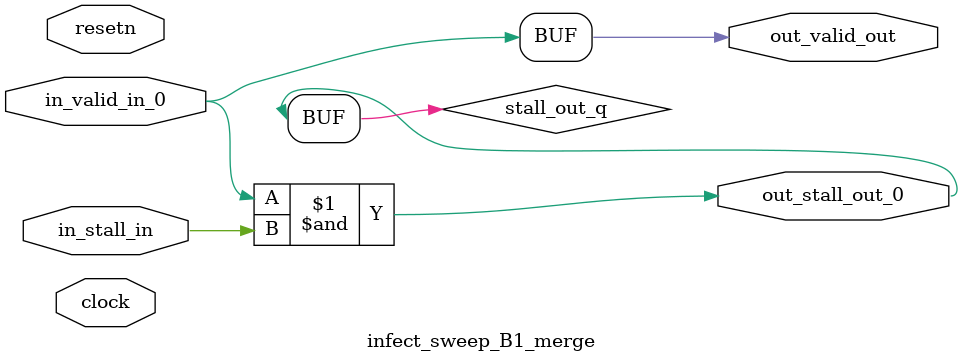
<source format=sv>



(* altera_attribute = "-name AUTO_SHIFT_REGISTER_RECOGNITION OFF; -name MESSAGE_DISABLE 10036; -name MESSAGE_DISABLE 10037; -name MESSAGE_DISABLE 14130; -name MESSAGE_DISABLE 14320; -name MESSAGE_DISABLE 15400; -name MESSAGE_DISABLE 14130; -name MESSAGE_DISABLE 10036; -name MESSAGE_DISABLE 12020; -name MESSAGE_DISABLE 12030; -name MESSAGE_DISABLE 12010; -name MESSAGE_DISABLE 12110; -name MESSAGE_DISABLE 14320; -name MESSAGE_DISABLE 13410; -name MESSAGE_DISABLE 113007; -name MESSAGE_DISABLE 10958" *)
module infect_sweep_B1_merge (
    input wire [0:0] in_stall_in,
    input wire [0:0] in_valid_in_0,
    output wire [0:0] out_stall_out_0,
    output wire [0:0] out_valid_out,
    input wire clock,
    input wire resetn
    );

    wire [0:0] stall_out_q;


    // stall_out(LOGICAL,6)
    assign stall_out_q = in_valid_in_0 & in_stall_in;

    // out_stall_out_0(GPOUT,4)
    assign out_stall_out_0 = stall_out_q;

    // out_valid_out(GPOUT,5)
    assign out_valid_out = in_valid_in_0;

endmodule

</source>
